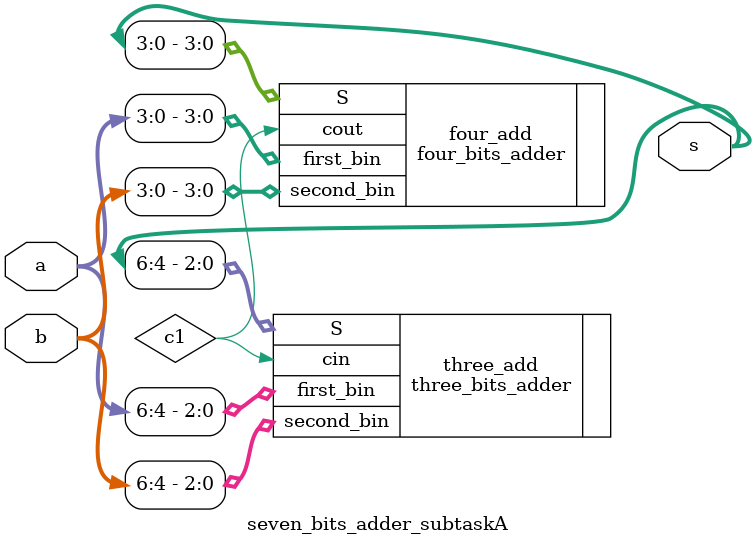
<source format=v>
`timescale 1ns / 1ps


module seven_bits_adder_subtaskA(
    input [6:0] a,
    input [6:0] b,
    output [6:0] s
    );
    
    wire c1;
    
    // Four bits adder for LSB
    four_bits_adder four_add(.first_bin(a[3:0]), .second_bin(b[3:0]), .S(s[3:0]), .cout(c1));
    
    // Three bits adder for MSB
    three_bits_adder three_add(.first_bin(a[6:4]), .second_bin(b[6:4]), .cin(c1), .S(s[6:4]));
    
    
    
    
endmodule

</source>
